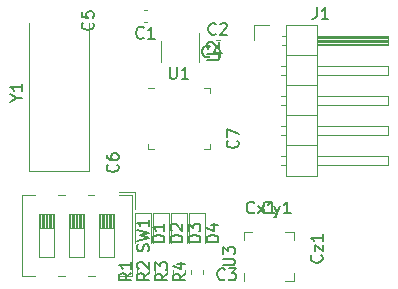
<source format=gbr>
G04 #@! TF.GenerationSoftware,KiCad,Pcbnew,(5.1.4)-1*
G04 #@! TF.CreationDate,2020-01-21T14:20:48+01:00*
G04 #@! TF.ProjectId,proj,70726f6a-2e6b-4696-9361-645f70636258,rev?*
G04 #@! TF.SameCoordinates,Original*
G04 #@! TF.FileFunction,Legend,Top*
G04 #@! TF.FilePolarity,Positive*
%FSLAX46Y46*%
G04 Gerber Fmt 4.6, Leading zero omitted, Abs format (unit mm)*
G04 Created by KiCad (PCBNEW (5.1.4)-1) date 2020-01-21 14:20:48*
%MOMM*%
%LPD*%
G04 APERTURE LIST*
%ADD10C,0.120000*%
%ADD11C,0.150000*%
G04 APERTURE END LIST*
D10*
X108331000Y-66198667D02*
X107061000Y-66198667D01*
X107131000Y-64992000D02*
X107131000Y-66198667D01*
X107251000Y-64992000D02*
X107251000Y-66198667D01*
X107371000Y-64992000D02*
X107371000Y-66198667D01*
X107491000Y-64992000D02*
X107491000Y-66198667D01*
X107611000Y-64992000D02*
X107611000Y-66198667D01*
X107731000Y-64992000D02*
X107731000Y-66198667D01*
X107851000Y-64992000D02*
X107851000Y-66198667D01*
X107971000Y-64992000D02*
X107971000Y-66198667D01*
X108091000Y-64992000D02*
X108091000Y-66198667D01*
X108211000Y-64992000D02*
X108211000Y-66198667D01*
X108331000Y-68612000D02*
X108331000Y-64992000D01*
X107061000Y-68612000D02*
X108331000Y-68612000D01*
X107061000Y-64992000D02*
X107061000Y-68612000D01*
X108331000Y-64992000D02*
X107061000Y-64992000D01*
X110871000Y-66198667D02*
X109601000Y-66198667D01*
X109671000Y-64992000D02*
X109671000Y-66198667D01*
X109791000Y-64992000D02*
X109791000Y-66198667D01*
X109911000Y-64992000D02*
X109911000Y-66198667D01*
X110031000Y-64992000D02*
X110031000Y-66198667D01*
X110151000Y-64992000D02*
X110151000Y-66198667D01*
X110271000Y-64992000D02*
X110271000Y-66198667D01*
X110391000Y-64992000D02*
X110391000Y-66198667D01*
X110511000Y-64992000D02*
X110511000Y-66198667D01*
X110631000Y-64992000D02*
X110631000Y-66198667D01*
X110751000Y-64992000D02*
X110751000Y-66198667D01*
X110871000Y-68612000D02*
X110871000Y-64992000D01*
X109601000Y-68612000D02*
X110871000Y-68612000D01*
X109601000Y-64992000D02*
X109601000Y-68612000D01*
X110871000Y-64992000D02*
X109601000Y-64992000D01*
X113411000Y-66198667D02*
X112141000Y-66198667D01*
X112211000Y-64992000D02*
X112211000Y-66198667D01*
X112331000Y-64992000D02*
X112331000Y-66198667D01*
X112451000Y-64992000D02*
X112451000Y-66198667D01*
X112571000Y-64992000D02*
X112571000Y-66198667D01*
X112691000Y-64992000D02*
X112691000Y-66198667D01*
X112811000Y-64992000D02*
X112811000Y-66198667D01*
X112931000Y-64992000D02*
X112931000Y-66198667D01*
X113051000Y-64992000D02*
X113051000Y-66198667D01*
X113171000Y-64992000D02*
X113171000Y-66198667D01*
X113291000Y-64992000D02*
X113291000Y-66198667D01*
X113411000Y-68612000D02*
X113411000Y-64992000D01*
X112141000Y-68612000D02*
X113411000Y-68612000D01*
X112141000Y-64992000D02*
X112141000Y-68612000D01*
X113411000Y-64992000D02*
X112141000Y-64992000D01*
X115126000Y-63152000D02*
X113816000Y-63152000D01*
X115126000Y-63152000D02*
X115126000Y-64535000D01*
X111786000Y-70213000D02*
X111225000Y-70213000D01*
X114886000Y-70213000D02*
X113766000Y-70213000D01*
X109246000Y-70213000D02*
X108685000Y-70213000D01*
X106706000Y-70213000D02*
X105586000Y-70213000D01*
X106706000Y-63392000D02*
X105586000Y-63392000D01*
X109246000Y-63392000D02*
X108685000Y-63392000D01*
X111736000Y-63392000D02*
X111225000Y-63392000D01*
X114886000Y-63392000D02*
X113816000Y-63392000D01*
X105586000Y-63392000D02*
X105586000Y-70213000D01*
X114886000Y-63392000D02*
X114886000Y-70213000D01*
X116215279Y-47750000D02*
X115889721Y-47750000D01*
X116215279Y-48770000D02*
X115889721Y-48770000D01*
X122011221Y-50290000D02*
X122336779Y-50290000D01*
X122011221Y-51310000D02*
X122336779Y-51310000D01*
X116509000Y-67398500D02*
X116509000Y-64913500D01*
X116509000Y-64913500D02*
X115139000Y-64913500D01*
X115139000Y-64913500D02*
X115139000Y-67398500D01*
X116663000Y-64913500D02*
X116663000Y-67398500D01*
X118033000Y-64913500D02*
X116663000Y-64913500D01*
X118033000Y-67398500D02*
X118033000Y-64913500D01*
X119557000Y-67398500D02*
X119557000Y-64913500D01*
X119557000Y-64913500D02*
X118187000Y-64913500D01*
X118187000Y-64913500D02*
X118187000Y-67398500D01*
X119711000Y-64913500D02*
X119711000Y-67398500D01*
X121081000Y-64913500D02*
X119711000Y-64913500D01*
X121081000Y-67398500D02*
X121081000Y-64913500D01*
X125222000Y-49022000D02*
X126492000Y-49022000D01*
X125222000Y-50292000D02*
X125222000Y-49022000D01*
X127534929Y-60832000D02*
X127932000Y-60832000D01*
X127534929Y-60072000D02*
X127932000Y-60072000D01*
X136592000Y-60832000D02*
X130592000Y-60832000D01*
X136592000Y-60072000D02*
X136592000Y-60832000D01*
X130592000Y-60072000D02*
X136592000Y-60072000D01*
X127932000Y-59182000D02*
X130592000Y-59182000D01*
X127534929Y-58292000D02*
X127932000Y-58292000D01*
X127534929Y-57532000D02*
X127932000Y-57532000D01*
X136592000Y-58292000D02*
X130592000Y-58292000D01*
X136592000Y-57532000D02*
X136592000Y-58292000D01*
X130592000Y-57532000D02*
X136592000Y-57532000D01*
X127932000Y-56642000D02*
X130592000Y-56642000D01*
X127534929Y-55752000D02*
X127932000Y-55752000D01*
X127534929Y-54992000D02*
X127932000Y-54992000D01*
X136592000Y-55752000D02*
X130592000Y-55752000D01*
X136592000Y-54992000D02*
X136592000Y-55752000D01*
X130592000Y-54992000D02*
X136592000Y-54992000D01*
X127932000Y-54102000D02*
X130592000Y-54102000D01*
X127534929Y-53212000D02*
X127932000Y-53212000D01*
X127534929Y-52452000D02*
X127932000Y-52452000D01*
X136592000Y-53212000D02*
X130592000Y-53212000D01*
X136592000Y-52452000D02*
X136592000Y-53212000D01*
X130592000Y-52452000D02*
X136592000Y-52452000D01*
X127932000Y-51562000D02*
X130592000Y-51562000D01*
X127602000Y-50672000D02*
X127932000Y-50672000D01*
X127602000Y-49912000D02*
X127932000Y-49912000D01*
X130592000Y-50572000D02*
X136592000Y-50572000D01*
X130592000Y-50452000D02*
X136592000Y-50452000D01*
X130592000Y-50332000D02*
X136592000Y-50332000D01*
X130592000Y-50212000D02*
X136592000Y-50212000D01*
X130592000Y-50092000D02*
X136592000Y-50092000D01*
X130592000Y-49972000D02*
X136592000Y-49972000D01*
X136592000Y-50672000D02*
X130592000Y-50672000D01*
X136592000Y-49912000D02*
X136592000Y-50672000D01*
X130592000Y-49912000D02*
X136592000Y-49912000D01*
X130592000Y-48962000D02*
X127932000Y-48962000D01*
X130592000Y-61782000D02*
X130592000Y-48962000D01*
X127932000Y-61782000D02*
X130592000Y-61782000D01*
X127932000Y-48962000D02*
X127932000Y-61782000D01*
X115314000Y-69987279D02*
X115314000Y-69661721D01*
X116334000Y-69987279D02*
X116334000Y-69661721D01*
X117858000Y-69987279D02*
X117858000Y-69661721D01*
X116838000Y-69987279D02*
X116838000Y-69661721D01*
X118362000Y-70038279D02*
X118362000Y-69712721D01*
X119382000Y-70038279D02*
X119382000Y-69712721D01*
X120906000Y-70038279D02*
X120906000Y-69712721D01*
X119886000Y-70038279D02*
X119886000Y-69712721D01*
X116737000Y-54286000D02*
X116262000Y-54286000D01*
X121482000Y-59506000D02*
X121482000Y-59031000D01*
X121007000Y-59506000D02*
X121482000Y-59506000D01*
X116262000Y-59506000D02*
X116262000Y-59031000D01*
X116737000Y-59506000D02*
X116262000Y-59506000D01*
X121482000Y-54286000D02*
X121482000Y-54761000D01*
X121007000Y-54286000D02*
X121482000Y-54286000D01*
X120548000Y-52124000D02*
X120548000Y-49674000D01*
X117328000Y-50324000D02*
X117328000Y-52124000D01*
X124382000Y-69965000D02*
X124382000Y-70690000D01*
X128602000Y-66470000D02*
X127877000Y-66470000D01*
X128602000Y-67195000D02*
X128602000Y-66470000D01*
X128602000Y-70690000D02*
X127877000Y-70690000D01*
X128602000Y-69965000D02*
X128602000Y-70690000D01*
X124382000Y-66470000D02*
X125107000Y-66470000D01*
X124382000Y-67195000D02*
X124382000Y-66470000D01*
X106162000Y-48778000D02*
X106162000Y-61378000D01*
X106162000Y-61378000D02*
X111262000Y-61378000D01*
X111262000Y-61378000D02*
X111262000Y-48778000D01*
D11*
X116290761Y-68135333D02*
X116338380Y-67992476D01*
X116338380Y-67754380D01*
X116290761Y-67659142D01*
X116243142Y-67611523D01*
X116147904Y-67563904D01*
X116052666Y-67563904D01*
X115957428Y-67611523D01*
X115909809Y-67659142D01*
X115862190Y-67754380D01*
X115814571Y-67944857D01*
X115766952Y-68040095D01*
X115719333Y-68087714D01*
X115624095Y-68135333D01*
X115528857Y-68135333D01*
X115433619Y-68087714D01*
X115386000Y-68040095D01*
X115338380Y-67944857D01*
X115338380Y-67706761D01*
X115386000Y-67563904D01*
X115338380Y-67230571D02*
X116338380Y-66992476D01*
X115624095Y-66802000D01*
X116338380Y-66611523D01*
X115338380Y-66373428D01*
X116338380Y-65468666D02*
X116338380Y-66040095D01*
X116338380Y-65754380D02*
X115338380Y-65754380D01*
X115481238Y-65849619D01*
X115576476Y-65944857D01*
X115624095Y-66040095D01*
X115885833Y-50047142D02*
X115838214Y-50094761D01*
X115695357Y-50142380D01*
X115600119Y-50142380D01*
X115457261Y-50094761D01*
X115362023Y-49999523D01*
X115314404Y-49904285D01*
X115266785Y-49713809D01*
X115266785Y-49570952D01*
X115314404Y-49380476D01*
X115362023Y-49285238D01*
X115457261Y-49190000D01*
X115600119Y-49142380D01*
X115695357Y-49142380D01*
X115838214Y-49190000D01*
X115885833Y-49237619D01*
X116838214Y-50142380D02*
X116266785Y-50142380D01*
X116552500Y-50142380D02*
X116552500Y-49142380D01*
X116457261Y-49285238D01*
X116362023Y-49380476D01*
X116266785Y-49428095D01*
X122007333Y-49727142D02*
X121959714Y-49774761D01*
X121816857Y-49822380D01*
X121721619Y-49822380D01*
X121578761Y-49774761D01*
X121483523Y-49679523D01*
X121435904Y-49584285D01*
X121388285Y-49393809D01*
X121388285Y-49250952D01*
X121435904Y-49060476D01*
X121483523Y-48965238D01*
X121578761Y-48870000D01*
X121721619Y-48822380D01*
X121816857Y-48822380D01*
X121959714Y-48870000D01*
X122007333Y-48917619D01*
X122388285Y-48917619D02*
X122435904Y-48870000D01*
X122531142Y-48822380D01*
X122769238Y-48822380D01*
X122864476Y-48870000D01*
X122912095Y-48917619D01*
X122959714Y-49012857D01*
X122959714Y-49108095D01*
X122912095Y-49250952D01*
X122340666Y-49822380D01*
X122959714Y-49822380D01*
X122769333Y-70495142D02*
X122721714Y-70542761D01*
X122578857Y-70590380D01*
X122483619Y-70590380D01*
X122340761Y-70542761D01*
X122245523Y-70447523D01*
X122197904Y-70352285D01*
X122150285Y-70161809D01*
X122150285Y-70018952D01*
X122197904Y-69828476D01*
X122245523Y-69733238D01*
X122340761Y-69638000D01*
X122483619Y-69590380D01*
X122578857Y-69590380D01*
X122721714Y-69638000D01*
X122769333Y-69685619D01*
X123102666Y-69590380D02*
X123721714Y-69590380D01*
X123388380Y-69971333D01*
X123531238Y-69971333D01*
X123626476Y-70018952D01*
X123674095Y-70066571D01*
X123721714Y-70161809D01*
X123721714Y-70399904D01*
X123674095Y-70495142D01*
X123626476Y-70542761D01*
X123531238Y-70590380D01*
X123245523Y-70590380D01*
X123150285Y-70542761D01*
X123102666Y-70495142D01*
X121499333Y-51631142D02*
X121451714Y-51678761D01*
X121308857Y-51726380D01*
X121213619Y-51726380D01*
X121070761Y-51678761D01*
X120975523Y-51583523D01*
X120927904Y-51488285D01*
X120880285Y-51297809D01*
X120880285Y-51154952D01*
X120927904Y-50964476D01*
X120975523Y-50869238D01*
X121070761Y-50774000D01*
X121213619Y-50726380D01*
X121308857Y-50726380D01*
X121451714Y-50774000D01*
X121499333Y-50821619D01*
X122356476Y-51059714D02*
X122356476Y-51726380D01*
X122118380Y-50678761D02*
X121880285Y-51393047D01*
X122499333Y-51393047D01*
X111575142Y-48771666D02*
X111622761Y-48819285D01*
X111670380Y-48962142D01*
X111670380Y-49057380D01*
X111622761Y-49200238D01*
X111527523Y-49295476D01*
X111432285Y-49343095D01*
X111241809Y-49390714D01*
X111098952Y-49390714D01*
X110908476Y-49343095D01*
X110813238Y-49295476D01*
X110718000Y-49200238D01*
X110670380Y-49057380D01*
X110670380Y-48962142D01*
X110718000Y-48819285D01*
X110765619Y-48771666D01*
X110670380Y-47866904D02*
X110670380Y-48343095D01*
X111146571Y-48390714D01*
X111098952Y-48343095D01*
X111051333Y-48247857D01*
X111051333Y-48009761D01*
X111098952Y-47914523D01*
X111146571Y-47866904D01*
X111241809Y-47819285D01*
X111479904Y-47819285D01*
X111575142Y-47866904D01*
X111622761Y-47914523D01*
X111670380Y-48009761D01*
X111670380Y-48247857D01*
X111622761Y-48343095D01*
X111575142Y-48390714D01*
X113675142Y-60806666D02*
X113722761Y-60854285D01*
X113770380Y-60997142D01*
X113770380Y-61092380D01*
X113722761Y-61235238D01*
X113627523Y-61330476D01*
X113532285Y-61378095D01*
X113341809Y-61425714D01*
X113198952Y-61425714D01*
X113008476Y-61378095D01*
X112913238Y-61330476D01*
X112818000Y-61235238D01*
X112770380Y-61092380D01*
X112770380Y-60997142D01*
X112818000Y-60854285D01*
X112865619Y-60806666D01*
X112770380Y-59949523D02*
X112770380Y-60140000D01*
X112818000Y-60235238D01*
X112865619Y-60282857D01*
X113008476Y-60378095D01*
X113198952Y-60425714D01*
X113579904Y-60425714D01*
X113675142Y-60378095D01*
X113722761Y-60330476D01*
X113770380Y-60235238D01*
X113770380Y-60044761D01*
X113722761Y-59949523D01*
X113675142Y-59901904D01*
X113579904Y-59854285D01*
X113341809Y-59854285D01*
X113246571Y-59901904D01*
X113198952Y-59949523D01*
X113151333Y-60044761D01*
X113151333Y-60235238D01*
X113198952Y-60330476D01*
X113246571Y-60378095D01*
X113341809Y-60425714D01*
X123835142Y-58774666D02*
X123882761Y-58822285D01*
X123930380Y-58965142D01*
X123930380Y-59060380D01*
X123882761Y-59203238D01*
X123787523Y-59298476D01*
X123692285Y-59346095D01*
X123501809Y-59393714D01*
X123358952Y-59393714D01*
X123168476Y-59346095D01*
X123073238Y-59298476D01*
X122978000Y-59203238D01*
X122930380Y-59060380D01*
X122930380Y-58965142D01*
X122978000Y-58822285D01*
X123025619Y-58774666D01*
X122930380Y-58441333D02*
X122930380Y-57774666D01*
X123930380Y-58203238D01*
X125249571Y-64839142D02*
X125201952Y-64886761D01*
X125059095Y-64934380D01*
X124963857Y-64934380D01*
X124821000Y-64886761D01*
X124725761Y-64791523D01*
X124678142Y-64696285D01*
X124630523Y-64505809D01*
X124630523Y-64362952D01*
X124678142Y-64172476D01*
X124725761Y-64077238D01*
X124821000Y-63982000D01*
X124963857Y-63934380D01*
X125059095Y-63934380D01*
X125201952Y-63982000D01*
X125249571Y-64029619D01*
X125582904Y-64934380D02*
X126106714Y-64267714D01*
X125582904Y-64267714D02*
X126106714Y-64934380D01*
X127011476Y-64934380D02*
X126440047Y-64934380D01*
X126725761Y-64934380D02*
X126725761Y-63934380D01*
X126630523Y-64077238D01*
X126535285Y-64172476D01*
X126440047Y-64220095D01*
X126640380Y-64839142D02*
X126592761Y-64886761D01*
X126449904Y-64934380D01*
X126354666Y-64934380D01*
X126211809Y-64886761D01*
X126116571Y-64791523D01*
X126068952Y-64696285D01*
X126021333Y-64505809D01*
X126021333Y-64362952D01*
X126068952Y-64172476D01*
X126116571Y-64077238D01*
X126211809Y-63982000D01*
X126354666Y-63934380D01*
X126449904Y-63934380D01*
X126592761Y-63982000D01*
X126640380Y-64029619D01*
X126973714Y-64267714D02*
X127211809Y-64934380D01*
X127449904Y-64267714D02*
X127211809Y-64934380D01*
X127116571Y-65172476D01*
X127068952Y-65220095D01*
X126973714Y-65267714D01*
X128354666Y-64934380D02*
X127783238Y-64934380D01*
X128068952Y-64934380D02*
X128068952Y-63934380D01*
X127973714Y-64077238D01*
X127878476Y-64172476D01*
X127783238Y-64220095D01*
X130947142Y-68480428D02*
X130994761Y-68528047D01*
X131042380Y-68670904D01*
X131042380Y-68766142D01*
X130994761Y-68909000D01*
X130899523Y-69004238D01*
X130804285Y-69051857D01*
X130613809Y-69099476D01*
X130470952Y-69099476D01*
X130280476Y-69051857D01*
X130185238Y-69004238D01*
X130090000Y-68909000D01*
X130042380Y-68766142D01*
X130042380Y-68670904D01*
X130090000Y-68528047D01*
X130137619Y-68480428D01*
X130375714Y-68147095D02*
X130375714Y-67623285D01*
X131042380Y-68147095D01*
X131042380Y-67623285D01*
X131042380Y-66718523D02*
X131042380Y-67289952D01*
X131042380Y-67004238D02*
X130042380Y-67004238D01*
X130185238Y-67099476D01*
X130280476Y-67194714D01*
X130328095Y-67289952D01*
X117656380Y-67336595D02*
X116656380Y-67336595D01*
X116656380Y-67098500D01*
X116704000Y-66955642D01*
X116799238Y-66860404D01*
X116894476Y-66812785D01*
X117084952Y-66765166D01*
X117227809Y-66765166D01*
X117418285Y-66812785D01*
X117513523Y-66860404D01*
X117608761Y-66955642D01*
X117656380Y-67098500D01*
X117656380Y-67336595D01*
X117656380Y-65812785D02*
X117656380Y-66384214D01*
X117656380Y-66098500D02*
X116656380Y-66098500D01*
X116799238Y-66193738D01*
X116894476Y-66288976D01*
X116942095Y-66384214D01*
X119180380Y-67336595D02*
X118180380Y-67336595D01*
X118180380Y-67098500D01*
X118228000Y-66955642D01*
X118323238Y-66860404D01*
X118418476Y-66812785D01*
X118608952Y-66765166D01*
X118751809Y-66765166D01*
X118942285Y-66812785D01*
X119037523Y-66860404D01*
X119132761Y-66955642D01*
X119180380Y-67098500D01*
X119180380Y-67336595D01*
X118275619Y-66384214D02*
X118228000Y-66336595D01*
X118180380Y-66241357D01*
X118180380Y-66003261D01*
X118228000Y-65908023D01*
X118275619Y-65860404D01*
X118370857Y-65812785D01*
X118466095Y-65812785D01*
X118608952Y-65860404D01*
X119180380Y-66431833D01*
X119180380Y-65812785D01*
X120704380Y-67336595D02*
X119704380Y-67336595D01*
X119704380Y-67098500D01*
X119752000Y-66955642D01*
X119847238Y-66860404D01*
X119942476Y-66812785D01*
X120132952Y-66765166D01*
X120275809Y-66765166D01*
X120466285Y-66812785D01*
X120561523Y-66860404D01*
X120656761Y-66955642D01*
X120704380Y-67098500D01*
X120704380Y-67336595D01*
X119704380Y-66431833D02*
X119704380Y-65812785D01*
X120085333Y-66146119D01*
X120085333Y-66003261D01*
X120132952Y-65908023D01*
X120180571Y-65860404D01*
X120275809Y-65812785D01*
X120513904Y-65812785D01*
X120609142Y-65860404D01*
X120656761Y-65908023D01*
X120704380Y-66003261D01*
X120704380Y-66288976D01*
X120656761Y-66384214D01*
X120609142Y-66431833D01*
X122228380Y-67336595D02*
X121228380Y-67336595D01*
X121228380Y-67098500D01*
X121276000Y-66955642D01*
X121371238Y-66860404D01*
X121466476Y-66812785D01*
X121656952Y-66765166D01*
X121799809Y-66765166D01*
X121990285Y-66812785D01*
X122085523Y-66860404D01*
X122180761Y-66955642D01*
X122228380Y-67098500D01*
X122228380Y-67336595D01*
X121561714Y-65908023D02*
X122228380Y-65908023D01*
X121180761Y-66146119D02*
X121895047Y-66384214D01*
X121895047Y-65765166D01*
X130543666Y-47474380D02*
X130543666Y-48188666D01*
X130496047Y-48331523D01*
X130400809Y-48426761D01*
X130257952Y-48474380D01*
X130162714Y-48474380D01*
X131543666Y-48474380D02*
X130972238Y-48474380D01*
X131257952Y-48474380D02*
X131257952Y-47474380D01*
X131162714Y-47617238D01*
X131067476Y-47712476D01*
X130972238Y-47760095D01*
X114846380Y-69991166D02*
X114370190Y-70324500D01*
X114846380Y-70562595D02*
X113846380Y-70562595D01*
X113846380Y-70181642D01*
X113894000Y-70086404D01*
X113941619Y-70038785D01*
X114036857Y-69991166D01*
X114179714Y-69991166D01*
X114274952Y-70038785D01*
X114322571Y-70086404D01*
X114370190Y-70181642D01*
X114370190Y-70562595D01*
X114846380Y-69038785D02*
X114846380Y-69610214D01*
X114846380Y-69324500D02*
X113846380Y-69324500D01*
X113989238Y-69419738D01*
X114084476Y-69514976D01*
X114132095Y-69610214D01*
X116370380Y-69991166D02*
X115894190Y-70324500D01*
X116370380Y-70562595D02*
X115370380Y-70562595D01*
X115370380Y-70181642D01*
X115418000Y-70086404D01*
X115465619Y-70038785D01*
X115560857Y-69991166D01*
X115703714Y-69991166D01*
X115798952Y-70038785D01*
X115846571Y-70086404D01*
X115894190Y-70181642D01*
X115894190Y-70562595D01*
X115465619Y-69610214D02*
X115418000Y-69562595D01*
X115370380Y-69467357D01*
X115370380Y-69229261D01*
X115418000Y-69134023D01*
X115465619Y-69086404D01*
X115560857Y-69038785D01*
X115656095Y-69038785D01*
X115798952Y-69086404D01*
X116370380Y-69657833D01*
X116370380Y-69038785D01*
X117894380Y-70042166D02*
X117418190Y-70375500D01*
X117894380Y-70613595D02*
X116894380Y-70613595D01*
X116894380Y-70232642D01*
X116942000Y-70137404D01*
X116989619Y-70089785D01*
X117084857Y-70042166D01*
X117227714Y-70042166D01*
X117322952Y-70089785D01*
X117370571Y-70137404D01*
X117418190Y-70232642D01*
X117418190Y-70613595D01*
X116894380Y-69708833D02*
X116894380Y-69089785D01*
X117275333Y-69423119D01*
X117275333Y-69280261D01*
X117322952Y-69185023D01*
X117370571Y-69137404D01*
X117465809Y-69089785D01*
X117703904Y-69089785D01*
X117799142Y-69137404D01*
X117846761Y-69185023D01*
X117894380Y-69280261D01*
X117894380Y-69565976D01*
X117846761Y-69661214D01*
X117799142Y-69708833D01*
X119418380Y-70042166D02*
X118942190Y-70375500D01*
X119418380Y-70613595D02*
X118418380Y-70613595D01*
X118418380Y-70232642D01*
X118466000Y-70137404D01*
X118513619Y-70089785D01*
X118608857Y-70042166D01*
X118751714Y-70042166D01*
X118846952Y-70089785D01*
X118894571Y-70137404D01*
X118942190Y-70232642D01*
X118942190Y-70613595D01*
X118751714Y-69185023D02*
X119418380Y-69185023D01*
X118370761Y-69423119D02*
X119085047Y-69661214D01*
X119085047Y-69042166D01*
X118110095Y-52528380D02*
X118110095Y-53337904D01*
X118157714Y-53433142D01*
X118205333Y-53480761D01*
X118300571Y-53528380D01*
X118491047Y-53528380D01*
X118586285Y-53480761D01*
X118633904Y-53433142D01*
X118681523Y-53337904D01*
X118681523Y-52528380D01*
X119681523Y-53528380D02*
X119110095Y-53528380D01*
X119395809Y-53528380D02*
X119395809Y-52528380D01*
X119300571Y-52671238D01*
X119205333Y-52766476D01*
X119110095Y-52814095D01*
X121290380Y-51985904D02*
X122099904Y-51985904D01*
X122195142Y-51938285D01*
X122242761Y-51890666D01*
X122290380Y-51795428D01*
X122290380Y-51604952D01*
X122242761Y-51509714D01*
X122195142Y-51462095D01*
X122099904Y-51414476D01*
X121290380Y-51414476D01*
X121385619Y-50985904D02*
X121338000Y-50938285D01*
X121290380Y-50843047D01*
X121290380Y-50604952D01*
X121338000Y-50509714D01*
X121385619Y-50462095D01*
X121480857Y-50414476D01*
X121576095Y-50414476D01*
X121718952Y-50462095D01*
X122290380Y-51033523D01*
X122290380Y-50414476D01*
X122624380Y-69341904D02*
X123433904Y-69341904D01*
X123529142Y-69294285D01*
X123576761Y-69246666D01*
X123624380Y-69151428D01*
X123624380Y-68960952D01*
X123576761Y-68865714D01*
X123529142Y-68818095D01*
X123433904Y-68770476D01*
X122624380Y-68770476D01*
X122624380Y-68389523D02*
X122624380Y-67770476D01*
X123005333Y-68103809D01*
X123005333Y-67960952D01*
X123052952Y-67865714D01*
X123100571Y-67818095D01*
X123195809Y-67770476D01*
X123433904Y-67770476D01*
X123529142Y-67818095D01*
X123576761Y-67865714D01*
X123624380Y-67960952D01*
X123624380Y-68246666D01*
X123576761Y-68341904D01*
X123529142Y-68389523D01*
X105138190Y-55154190D02*
X105614380Y-55154190D01*
X104614380Y-55487523D02*
X105138190Y-55154190D01*
X104614380Y-54820857D01*
X105614380Y-53963714D02*
X105614380Y-54535142D01*
X105614380Y-54249428D02*
X104614380Y-54249428D01*
X104757238Y-54344666D01*
X104852476Y-54439904D01*
X104900095Y-54535142D01*
M02*

</source>
